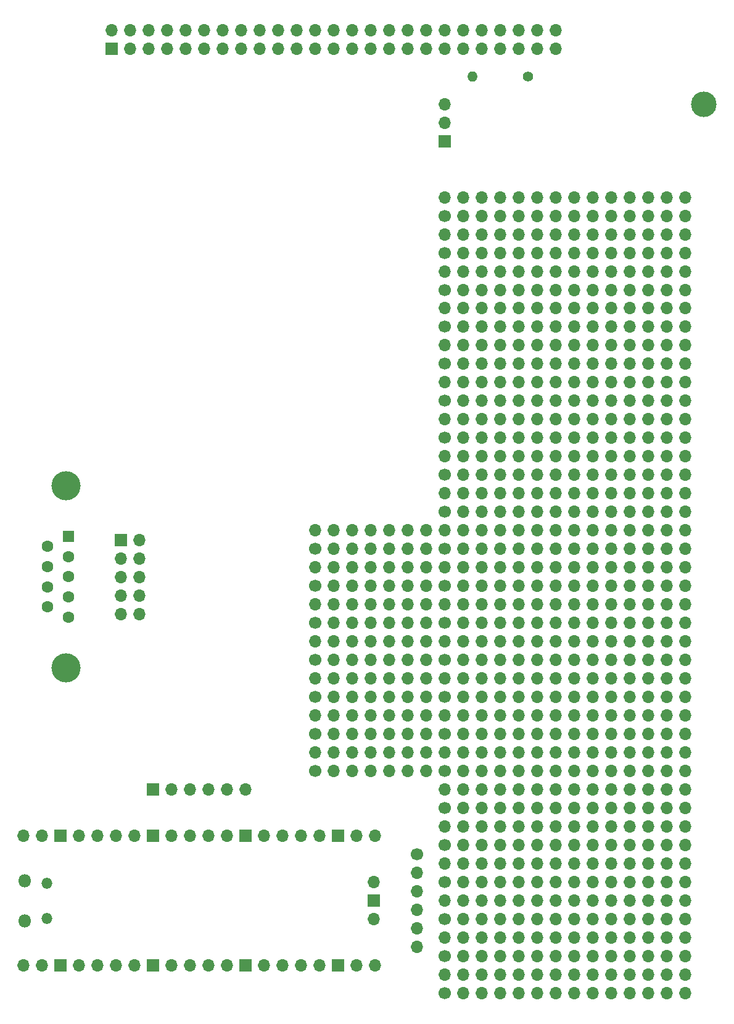
<source format=gbs>
G04 #@! TF.GenerationSoftware,KiCad,Pcbnew,8.0.4*
G04 #@! TF.CreationDate,2024-11-26T20:16:45-06:00*
G04 #@! TF.ProjectId,picoMBC,7069636f-4d42-4432-9e6b-696361645f70,rev?*
G04 #@! TF.SameCoordinates,Original*
G04 #@! TF.FileFunction,Soldermask,Bot*
G04 #@! TF.FilePolarity,Negative*
%FSLAX46Y46*%
G04 Gerber Fmt 4.6, Leading zero omitted, Abs format (unit mm)*
G04 Created by KiCad (PCBNEW 8.0.4) date 2024-11-26 20:16:45*
%MOMM*%
%LPD*%
G01*
G04 APERTURE LIST*
%ADD10C,1.700000*%
%ADD11O,1.700000X1.700000*%
%ADD12R,1.700000X1.700000*%
%ADD13C,3.500000*%
%ADD14C,4.000000*%
%ADD15R,1.600000X1.600000*%
%ADD16C,1.600000*%
%ADD17C,1.400000*%
%ADD18O,1.400000X1.400000*%
%ADD19O,1.800000X1.800000*%
%ADD20O,1.500000X1.500000*%
G04 APERTURE END LIST*
D10*
X107950000Y-153670000D03*
D11*
X107950000Y-156210000D03*
X107950000Y-158750000D03*
X107950000Y-161290000D03*
X107950000Y-163830000D03*
X107950000Y-166370000D03*
D10*
X93980000Y-137160000D03*
D11*
X93980000Y-134620000D03*
X96520000Y-137160000D03*
X96520000Y-134620000D03*
X99059999Y-137160000D03*
X99060000Y-134620000D03*
X101600000Y-137160000D03*
X101600000Y-134620000D03*
X104140000Y-137160000D03*
X104140000Y-134620000D03*
X106680000Y-137160000D03*
X106680000Y-134620000D03*
X109220000Y-137160000D03*
X109220000Y-134620000D03*
D10*
X111770000Y-66045000D03*
D11*
X111770000Y-63505000D03*
X114310000Y-66045000D03*
X114310000Y-63505000D03*
X116849999Y-66045000D03*
X116850000Y-63505000D03*
X119390000Y-66045000D03*
X119390000Y-63505000D03*
X121930000Y-66045000D03*
X121930000Y-63505000D03*
X124470000Y-66045000D03*
X124470000Y-63505000D03*
X127010000Y-66045000D03*
X127010000Y-63505000D03*
X129550001Y-66045000D03*
X129550000Y-63505000D03*
X132090000Y-66045000D03*
X132090000Y-63505000D03*
X134630000Y-66045000D03*
X134630000Y-63505000D03*
X137170000Y-66045000D03*
X137170000Y-63505000D03*
X139709999Y-66045000D03*
X139710000Y-63505000D03*
X142250000Y-66045000D03*
X142250000Y-63505000D03*
X144790000Y-66045000D03*
X144790000Y-63505000D03*
D12*
X71755000Y-144780000D03*
D11*
X74295000Y-144780000D03*
X76834999Y-144780000D03*
X79375000Y-144780000D03*
X81915000Y-144780000D03*
X84455000Y-144780000D03*
D10*
X111760000Y-81280000D03*
D11*
X111760000Y-78740000D03*
X114300000Y-81280000D03*
X114300000Y-78740000D03*
X116839999Y-81280000D03*
X116840000Y-78740000D03*
X119380000Y-81280000D03*
X119380000Y-78740000D03*
X121920000Y-81280000D03*
X121920000Y-78740000D03*
X124460000Y-81280000D03*
X124460000Y-78740000D03*
X127000000Y-81280000D03*
X127000000Y-78740000D03*
X129540001Y-81280000D03*
X129540000Y-78740000D03*
X132080000Y-81280000D03*
X132080000Y-78740000D03*
X134620000Y-81280000D03*
X134620000Y-78740000D03*
X137160000Y-81280000D03*
X137160000Y-78740000D03*
X139699999Y-81280000D03*
X139700000Y-78740000D03*
X142240000Y-81280000D03*
X142240000Y-78740000D03*
X144780000Y-81280000D03*
X144780000Y-78740000D03*
D10*
X111760000Y-121920000D03*
D11*
X111760000Y-119380000D03*
X114300000Y-121920000D03*
X114300000Y-119380000D03*
X116839999Y-121920000D03*
X116840000Y-119380000D03*
X119380000Y-121920000D03*
X119380000Y-119380000D03*
X121920000Y-121920000D03*
X121920000Y-119380000D03*
X124460000Y-121920000D03*
X124460000Y-119380000D03*
X127000000Y-121920000D03*
X127000000Y-119380000D03*
X129540001Y-121920000D03*
X129540000Y-119380000D03*
X132080000Y-121920000D03*
X132080000Y-119380000D03*
X134620000Y-121920000D03*
X134620000Y-119380000D03*
X137160000Y-121920000D03*
X137160000Y-119380000D03*
X139699999Y-121920000D03*
X139700000Y-119380000D03*
X142240000Y-121920000D03*
X142240000Y-119380000D03*
X144780000Y-121920000D03*
X144780000Y-119380000D03*
D10*
X111760000Y-101600000D03*
D11*
X111760000Y-99060000D03*
X114300000Y-101600000D03*
X114300000Y-99060000D03*
X116839999Y-101600000D03*
X116840000Y-99060000D03*
X119380000Y-101600000D03*
X119380000Y-99060000D03*
X121920000Y-101600000D03*
X121920000Y-99060000D03*
X124460000Y-101600000D03*
X124460000Y-99060000D03*
X127000000Y-101600000D03*
X127000000Y-99060000D03*
X129540001Y-101600000D03*
X129540000Y-99060000D03*
X132080000Y-101600000D03*
X132080000Y-99060000D03*
X134620000Y-101600000D03*
X134620000Y-99060000D03*
X137160000Y-101600000D03*
X137160000Y-99060000D03*
X139699999Y-101600000D03*
X139700000Y-99060000D03*
X142240000Y-101600000D03*
X142240000Y-99060000D03*
X144780000Y-101600000D03*
X144780000Y-99060000D03*
D12*
X67305000Y-110495000D03*
D11*
X69845000Y-110495000D03*
X67305000Y-113035000D03*
X69845000Y-113035000D03*
X67305000Y-115575000D03*
X69845000Y-115575000D03*
X67305000Y-118115000D03*
X69845000Y-118115000D03*
X67305000Y-120655000D03*
X69845000Y-120655000D03*
D13*
X147320000Y-50800000D03*
D10*
X111760000Y-152400000D03*
D11*
X111760000Y-149860000D03*
X114300000Y-152400000D03*
X114300000Y-149860000D03*
X116839999Y-152400000D03*
X116840000Y-149860000D03*
X119380000Y-152400000D03*
X119380000Y-149860000D03*
X121920000Y-152400000D03*
X121920000Y-149860000D03*
X124460000Y-152400000D03*
X124460000Y-149860000D03*
X127000000Y-152400000D03*
X127000000Y-149860000D03*
X129540001Y-152400000D03*
X129540000Y-149860000D03*
X132080000Y-152400000D03*
X132080000Y-149860000D03*
X134620000Y-152400000D03*
X134620000Y-149860000D03*
X137160000Y-152400000D03*
X137160000Y-149860000D03*
X139699999Y-152400000D03*
X139700000Y-149860000D03*
X142240000Y-152400000D03*
X142240000Y-149860000D03*
X144780000Y-152400000D03*
X144780000Y-149860000D03*
D10*
X93980000Y-121920000D03*
D11*
X93980000Y-119380000D03*
X96520000Y-121920000D03*
X96520000Y-119380000D03*
X99059999Y-121920000D03*
X99060000Y-119380000D03*
X101600000Y-121920000D03*
X101600000Y-119380000D03*
X104140000Y-121920000D03*
X104140000Y-119380000D03*
X106680000Y-121920000D03*
X106680000Y-119380000D03*
X109220000Y-121920000D03*
X109220000Y-119380000D03*
D10*
X93980000Y-132080000D03*
D11*
X93980000Y-129540000D03*
X96520000Y-132080000D03*
X96520000Y-129540000D03*
X99059999Y-132080000D03*
X99060000Y-129540000D03*
X101600000Y-132080000D03*
X101600000Y-129540000D03*
X104140000Y-132080000D03*
X104140000Y-129540000D03*
X106680000Y-132080000D03*
X106680000Y-129540000D03*
X109220000Y-132080000D03*
X109220000Y-129540000D03*
D10*
X93980000Y-111760000D03*
D11*
X93980000Y-109220000D03*
X96520000Y-111760000D03*
X96520000Y-109220000D03*
X99059999Y-111760000D03*
X99060000Y-109220000D03*
X101600000Y-111760000D03*
X101600000Y-109220000D03*
X104140000Y-111760000D03*
X104140000Y-109220000D03*
X106680000Y-111760000D03*
X106680000Y-109220000D03*
X109220000Y-111760000D03*
X109220000Y-109220000D03*
D10*
X111770000Y-71125000D03*
D11*
X111770000Y-68585000D03*
X114310000Y-71125000D03*
X114310000Y-68585000D03*
X116849999Y-71125000D03*
X116850000Y-68585000D03*
X119390000Y-71125000D03*
X119390000Y-68585000D03*
X121930000Y-71125000D03*
X121930000Y-68585000D03*
X124470000Y-71125000D03*
X124470000Y-68585000D03*
X127010000Y-71125000D03*
X127010000Y-68585000D03*
X129550001Y-71125000D03*
X129550000Y-68585000D03*
X132090000Y-71125000D03*
X132090000Y-68585000D03*
X134630000Y-71125000D03*
X134630000Y-68585000D03*
X137170000Y-71125000D03*
X137170000Y-68585000D03*
X139709999Y-71125000D03*
X139710000Y-68585000D03*
X142250000Y-71125000D03*
X142250000Y-68585000D03*
X144790000Y-71125000D03*
X144790000Y-68585000D03*
D14*
X59815331Y-103059999D03*
X59815331Y-128059999D03*
D15*
X60115331Y-110019999D03*
D16*
X60115331Y-112789999D03*
X60115331Y-115560000D03*
X60115331Y-118329999D03*
X60115331Y-121099999D03*
X57275331Y-111404999D03*
X57275331Y-114174999D03*
X57275331Y-116944999D03*
X57275331Y-119714999D03*
D10*
X111760000Y-167640000D03*
D11*
X111760000Y-165100000D03*
X114300000Y-167640000D03*
X114300000Y-165100000D03*
X116839999Y-167640000D03*
X116840000Y-165100000D03*
X119380000Y-167640000D03*
X119380000Y-165100000D03*
X121920000Y-167640000D03*
X121920000Y-165100000D03*
X124460000Y-167640000D03*
X124460000Y-165100000D03*
X127000000Y-167640000D03*
X127000000Y-165100000D03*
X129540001Y-167640000D03*
X129540000Y-165100000D03*
X132080000Y-167640000D03*
X132080000Y-165100000D03*
X134620000Y-167640000D03*
X134620000Y-165100000D03*
X137160000Y-167640000D03*
X137160000Y-165100000D03*
X139699999Y-167640000D03*
X139700000Y-165100000D03*
X142240000Y-167640000D03*
X142240000Y-165100000D03*
X144780000Y-167640000D03*
X144780000Y-165100000D03*
D12*
X111760000Y-55880000D03*
D11*
X111760000Y-53340000D03*
X111760000Y-50800001D03*
D10*
X111760000Y-162560000D03*
D11*
X111760000Y-160020000D03*
X114300000Y-162560000D03*
X114300000Y-160020000D03*
X116839999Y-162560000D03*
X116840000Y-160020000D03*
X119380000Y-162560000D03*
X119380000Y-160020000D03*
X121920000Y-162560000D03*
X121920000Y-160020000D03*
X124460000Y-162560000D03*
X124460000Y-160020000D03*
X127000000Y-162560000D03*
X127000000Y-160020000D03*
X129540001Y-162560000D03*
X129540000Y-160020000D03*
X132080000Y-162560000D03*
X132080000Y-160020000D03*
X134620000Y-162560000D03*
X134620000Y-160020000D03*
X137160000Y-162560000D03*
X137160000Y-160020000D03*
X139699999Y-162560000D03*
X139700000Y-160020000D03*
X142240000Y-162560000D03*
X142240000Y-160020000D03*
X144780000Y-162560000D03*
X144780000Y-160020000D03*
D10*
X93980000Y-142240000D03*
D11*
X93980000Y-139700000D03*
X96520000Y-142240000D03*
X96520000Y-139700000D03*
X99059999Y-142240000D03*
X99060000Y-139700000D03*
X101600000Y-142240000D03*
X101600000Y-139700000D03*
X104140000Y-142240000D03*
X104140000Y-139700000D03*
X106680000Y-142240000D03*
X106680000Y-139700000D03*
X109220000Y-142240000D03*
X109220000Y-139700000D03*
D10*
X93980000Y-116840000D03*
D11*
X93980000Y-114300000D03*
X96520000Y-116840000D03*
X96520000Y-114300000D03*
X99059999Y-116840000D03*
X99060000Y-114300000D03*
X101600000Y-116840000D03*
X101600000Y-114300000D03*
X104140000Y-116840000D03*
X104140000Y-114300000D03*
X106680000Y-116840000D03*
X106680000Y-114300000D03*
X109220000Y-116840000D03*
X109220000Y-114300000D03*
D10*
X111760000Y-132080000D03*
D11*
X111760000Y-129540000D03*
X114300000Y-132080000D03*
X114300000Y-129540000D03*
X116839999Y-132080000D03*
X116840000Y-129540000D03*
X119380000Y-132080000D03*
X119380000Y-129540000D03*
X121920000Y-132080000D03*
X121920000Y-129540000D03*
X124460000Y-132080000D03*
X124460000Y-129540000D03*
X127000000Y-132080000D03*
X127000000Y-129540000D03*
X129540001Y-132080000D03*
X129540000Y-129540000D03*
X132080000Y-132080000D03*
X132080000Y-129540000D03*
X134620000Y-132080000D03*
X134620000Y-129540000D03*
X137160000Y-132080000D03*
X137160000Y-129540000D03*
X139699999Y-132080000D03*
X139700000Y-129540000D03*
X142240000Y-132080000D03*
X142240000Y-129540000D03*
X144780000Y-132080000D03*
X144780000Y-129540000D03*
D10*
X111760000Y-96520000D03*
D11*
X111760000Y-93980000D03*
X114300000Y-96520000D03*
X114300000Y-93980000D03*
X116839999Y-96520000D03*
X116840000Y-93980000D03*
X119380000Y-96520000D03*
X119380000Y-93980000D03*
X121920000Y-96520000D03*
X121920000Y-93980000D03*
X124460000Y-96520000D03*
X124460000Y-93980000D03*
X127000000Y-96520000D03*
X127000000Y-93980000D03*
X129540001Y-96520000D03*
X129540000Y-93980000D03*
X132080000Y-96520000D03*
X132080000Y-93980000D03*
X134620000Y-96520000D03*
X134620000Y-93980000D03*
X137160000Y-96520000D03*
X137160000Y-93980000D03*
X139699999Y-96520000D03*
X139700000Y-93980000D03*
X142240000Y-96520000D03*
X142240000Y-93980000D03*
X144780000Y-96520000D03*
X144780000Y-93980000D03*
D10*
X111760000Y-106680000D03*
D11*
X111760000Y-104140000D03*
X114300000Y-106680000D03*
X114300000Y-104140000D03*
X116839999Y-106680000D03*
X116840000Y-104140000D03*
X119380000Y-106680000D03*
X119380000Y-104140000D03*
X121920000Y-106680000D03*
X121920000Y-104140000D03*
X124460000Y-106680000D03*
X124460000Y-104140000D03*
X127000000Y-106680000D03*
X127000000Y-104140000D03*
X129540001Y-106680000D03*
X129540000Y-104140000D03*
X132080000Y-106680000D03*
X132080000Y-104140000D03*
X134620000Y-106680000D03*
X134620000Y-104140000D03*
X137160000Y-106680000D03*
X137160000Y-104140000D03*
X139699999Y-106680000D03*
X139700000Y-104140000D03*
X142240000Y-106680000D03*
X142240000Y-104140000D03*
X144780000Y-106680000D03*
X144780000Y-104140000D03*
D10*
X111760000Y-116840000D03*
D11*
X111760000Y-114300000D03*
X114300000Y-116840000D03*
X114300000Y-114300000D03*
X116839999Y-116840000D03*
X116840000Y-114300000D03*
X119380000Y-116840000D03*
X119380000Y-114300000D03*
X121920000Y-116840000D03*
X121920000Y-114300000D03*
X124460000Y-116840000D03*
X124460000Y-114300000D03*
X127000000Y-116840000D03*
X127000000Y-114300000D03*
X129540001Y-116840000D03*
X129540000Y-114300000D03*
X132080000Y-116840000D03*
X132080000Y-114300000D03*
X134620000Y-116840000D03*
X134620000Y-114300000D03*
X137160000Y-116840000D03*
X137160000Y-114300000D03*
X139699999Y-116840000D03*
X139700000Y-114300000D03*
X142240000Y-116840000D03*
X142240000Y-114300000D03*
X144780000Y-116840000D03*
X144780000Y-114300000D03*
D10*
X111770000Y-76205000D03*
D11*
X111770000Y-73665000D03*
X114310000Y-76205000D03*
X114310000Y-73665000D03*
X116849999Y-76205000D03*
X116850000Y-73665000D03*
X119390000Y-76205000D03*
X119390000Y-73665000D03*
X121930000Y-76205000D03*
X121930000Y-73665000D03*
X124470000Y-76205000D03*
X124470000Y-73665000D03*
X127010000Y-76205000D03*
X127010000Y-73665000D03*
X129550001Y-76205000D03*
X129550000Y-73665000D03*
X132090000Y-76205000D03*
X132090000Y-73665000D03*
X134630000Y-76205000D03*
X134630000Y-73665000D03*
X137170000Y-76205000D03*
X137170000Y-73665000D03*
X139709999Y-76205000D03*
X139710000Y-73665000D03*
X142250000Y-76205000D03*
X142250000Y-73665000D03*
X144790000Y-76205000D03*
X144790000Y-73665000D03*
D10*
X111760000Y-127000000D03*
D11*
X111760000Y-124460000D03*
X114300000Y-127000000D03*
X114300000Y-124460000D03*
X116839999Y-127000000D03*
X116840000Y-124460000D03*
X119380000Y-127000000D03*
X119380000Y-124460000D03*
X121920000Y-127000000D03*
X121920000Y-124460000D03*
X124460000Y-127000000D03*
X124460000Y-124460000D03*
X127000000Y-127000000D03*
X127000000Y-124460000D03*
X129540001Y-127000000D03*
X129540000Y-124460000D03*
X132080000Y-127000000D03*
X132080000Y-124460000D03*
X134620000Y-127000000D03*
X134620000Y-124460000D03*
X137160000Y-127000000D03*
X137160000Y-124460000D03*
X139699999Y-127000000D03*
X139700000Y-124460000D03*
X142240000Y-127000000D03*
X142240000Y-124460000D03*
X144780000Y-127000000D03*
X144780000Y-124460000D03*
D10*
X111760000Y-86360000D03*
D11*
X111760000Y-83820000D03*
X114300000Y-86360000D03*
X114300000Y-83820000D03*
X116839999Y-86360000D03*
X116840000Y-83820000D03*
X119380000Y-86360000D03*
X119380000Y-83820000D03*
X121920000Y-86360000D03*
X121920000Y-83820000D03*
X124460000Y-86360000D03*
X124460000Y-83820000D03*
X127000000Y-86360000D03*
X127000000Y-83820000D03*
X129540001Y-86360000D03*
X129540000Y-83820000D03*
X132080000Y-86360000D03*
X132080000Y-83820000D03*
X134620000Y-86360000D03*
X134620000Y-83820000D03*
X137160000Y-86360000D03*
X137160000Y-83820000D03*
X139699999Y-86360000D03*
X139700000Y-83820000D03*
X142240000Y-86360000D03*
X142240000Y-83820000D03*
X144780000Y-86360000D03*
X144780000Y-83820000D03*
D10*
X111760000Y-147320000D03*
D11*
X111760000Y-144780000D03*
X114300000Y-147320000D03*
X114300000Y-144780000D03*
X116839999Y-147320000D03*
X116840000Y-144780000D03*
X119380000Y-147320000D03*
X119380000Y-144780000D03*
X121920000Y-147320000D03*
X121920000Y-144780000D03*
X124460000Y-147320000D03*
X124460000Y-144780000D03*
X127000000Y-147320000D03*
X127000000Y-144780000D03*
X129540001Y-147320000D03*
X129540000Y-144780000D03*
X132080000Y-147320000D03*
X132080000Y-144780000D03*
X134620000Y-147320000D03*
X134620000Y-144780000D03*
X137160000Y-147320000D03*
X137160000Y-144780000D03*
X139699999Y-147320000D03*
X139700000Y-144780000D03*
X142240000Y-147320000D03*
X142240000Y-144780000D03*
X144780000Y-147320000D03*
X144780000Y-144780000D03*
D10*
X111760000Y-91440000D03*
D11*
X111760000Y-88900000D03*
X114300000Y-91440000D03*
X114300000Y-88900000D03*
X116839999Y-91440000D03*
X116840000Y-88900000D03*
X119380000Y-91440000D03*
X119380000Y-88900000D03*
X121920000Y-91440000D03*
X121920000Y-88900000D03*
X124460000Y-91440000D03*
X124460000Y-88900000D03*
X127000000Y-91440000D03*
X127000000Y-88900000D03*
X129540001Y-91440000D03*
X129540000Y-88900000D03*
X132080000Y-91440000D03*
X132080000Y-88900000D03*
X134620000Y-91440000D03*
X134620000Y-88900000D03*
X137160000Y-91440000D03*
X137160000Y-88900000D03*
X139699999Y-91440000D03*
X139700000Y-88900000D03*
X142240000Y-91440000D03*
X142240000Y-88900000D03*
X144780000Y-91440000D03*
X144780000Y-88900000D03*
D10*
X111760000Y-142240000D03*
D11*
X111760000Y-139700000D03*
X114300000Y-142240000D03*
X114300000Y-139700000D03*
X116839999Y-142240000D03*
X116840000Y-139700000D03*
X119380000Y-142240000D03*
X119380000Y-139700000D03*
X121920000Y-142240000D03*
X121920000Y-139700000D03*
X124460000Y-142240000D03*
X124460000Y-139700000D03*
X127000000Y-142240000D03*
X127000000Y-139700000D03*
X129540001Y-142240000D03*
X129540000Y-139700000D03*
X132080000Y-142240000D03*
X132080000Y-139700000D03*
X134620000Y-142240000D03*
X134620000Y-139700000D03*
X137160000Y-142240000D03*
X137160000Y-139700000D03*
X139699999Y-142240000D03*
X139700000Y-139700000D03*
X142240000Y-142240000D03*
X142240000Y-139700000D03*
X144780000Y-142240000D03*
X144780000Y-139700000D03*
D10*
X93980000Y-127000000D03*
D11*
X93980000Y-124460000D03*
X96520000Y-127000000D03*
X96520000Y-124460000D03*
X99059999Y-127000000D03*
X99060000Y-124460000D03*
X101600000Y-127000000D03*
X101600000Y-124460000D03*
X104140000Y-127000000D03*
X104140000Y-124460000D03*
X106680000Y-127000000D03*
X106680000Y-124460000D03*
X109220000Y-127000000D03*
X109220000Y-124460000D03*
D17*
X123190000Y-46990000D03*
D18*
X115570000Y-46990000D03*
D10*
X111760000Y-157480000D03*
D11*
X111760000Y-154940000D03*
X114300000Y-157480000D03*
X114300000Y-154940000D03*
X116839999Y-157480000D03*
X116840000Y-154940000D03*
X119380000Y-157480000D03*
X119380000Y-154940000D03*
X121920000Y-157480000D03*
X121920000Y-154940000D03*
X124460000Y-157480000D03*
X124460000Y-154940000D03*
X127000000Y-157480000D03*
X127000000Y-154940000D03*
X129540001Y-157480000D03*
X129540000Y-154940000D03*
X132080000Y-157480000D03*
X132080000Y-154940000D03*
X134620000Y-157480000D03*
X134620000Y-154940000D03*
X137160000Y-157480000D03*
X137160000Y-154940000D03*
X139699999Y-157480000D03*
X139700000Y-154940000D03*
X142240000Y-157480000D03*
X142240000Y-154940000D03*
X144780000Y-157480000D03*
X144780000Y-154940000D03*
D10*
X111760000Y-111760000D03*
D11*
X111760000Y-109220000D03*
X114300000Y-111760000D03*
X114300000Y-109220000D03*
X116839999Y-111760000D03*
X116840000Y-109220000D03*
X119380000Y-111760000D03*
X119380000Y-109220000D03*
X121920000Y-111760000D03*
X121920000Y-109220000D03*
X124460000Y-111760000D03*
X124460000Y-109220000D03*
X127000000Y-111760000D03*
X127000000Y-109220000D03*
X129540001Y-111760000D03*
X129540000Y-109220000D03*
X132080000Y-111760000D03*
X132080000Y-109220000D03*
X134620000Y-111760000D03*
X134620000Y-109220000D03*
X137160000Y-111760000D03*
X137160000Y-109220000D03*
X139699999Y-111760000D03*
X139700000Y-109220000D03*
X142240000Y-111760000D03*
X142240000Y-109220000D03*
X144780000Y-111760000D03*
X144780000Y-109220000D03*
D19*
X54105000Y-162745000D03*
D20*
X57135000Y-162445000D03*
X57135000Y-157595000D03*
D19*
X54105000Y-157295000D03*
D11*
X53975000Y-168910000D03*
X56515000Y-168910000D03*
D12*
X59055000Y-168910000D03*
D11*
X61595000Y-168910000D03*
X64135000Y-168910000D03*
X66675000Y-168910000D03*
X69215000Y-168910000D03*
D12*
X71755000Y-168910000D03*
D11*
X74295000Y-168910000D03*
X76835000Y-168910000D03*
X79375000Y-168910000D03*
X81915000Y-168910000D03*
D12*
X84455000Y-168910000D03*
D11*
X86995000Y-168910000D03*
X89535000Y-168910000D03*
X92075000Y-168910000D03*
X94615000Y-168910000D03*
D12*
X97155000Y-168910000D03*
D11*
X99695000Y-168910000D03*
X102235000Y-168910000D03*
X102235000Y-151130000D03*
X99695000Y-151130000D03*
D12*
X97155000Y-151130000D03*
D11*
X94615000Y-151130000D03*
X92075000Y-151130000D03*
X89535000Y-151130000D03*
X86995000Y-151130000D03*
D12*
X84455000Y-151130000D03*
D11*
X81915000Y-151130000D03*
X79375000Y-151130000D03*
X76835000Y-151130000D03*
X74295000Y-151130000D03*
D12*
X71755000Y-151130000D03*
D11*
X69215000Y-151130000D03*
X66675000Y-151130000D03*
X64135000Y-151130000D03*
X61595000Y-151130000D03*
D12*
X59055000Y-151130000D03*
D11*
X56515000Y-151130000D03*
X53975000Y-151130000D03*
X102005000Y-162560000D03*
D12*
X102005000Y-160020000D03*
D11*
X102005000Y-157480000D03*
D10*
X111760000Y-172720000D03*
D11*
X111760000Y-170180000D03*
X114300000Y-172720000D03*
X114300000Y-170180000D03*
X116839999Y-172720000D03*
X116840000Y-170180000D03*
X119380000Y-172720000D03*
X119380000Y-170180000D03*
X121920000Y-172720000D03*
X121920000Y-170180000D03*
X124460000Y-172720000D03*
X124460000Y-170180000D03*
X127000000Y-172720000D03*
X127000000Y-170180000D03*
X129540001Y-172720000D03*
X129540000Y-170180000D03*
X132080000Y-172720000D03*
X132080000Y-170180000D03*
X134620000Y-172720000D03*
X134620000Y-170180000D03*
X137160000Y-172720000D03*
X137160000Y-170180000D03*
X139699999Y-172720000D03*
X139700000Y-170180000D03*
X142240000Y-172720000D03*
X142240000Y-170180000D03*
X144780000Y-172720000D03*
X144780000Y-170180000D03*
D12*
X66040000Y-43180000D03*
D11*
X66040000Y-40640000D03*
X68580000Y-43180000D03*
X68580000Y-40640000D03*
X71120000Y-43180000D03*
X71120000Y-40640000D03*
X73660000Y-43180000D03*
X73660000Y-40640000D03*
X76200000Y-43180000D03*
X76200000Y-40640000D03*
X78740000Y-43180000D03*
X78740000Y-40640000D03*
X81280000Y-43180000D03*
X81280000Y-40640000D03*
X83820000Y-43180000D03*
X83820000Y-40640000D03*
X86360000Y-43180000D03*
X86360000Y-40640000D03*
X88900000Y-43180000D03*
X88900000Y-40640000D03*
X91440000Y-43180000D03*
X91440000Y-40640000D03*
X93980000Y-43180000D03*
X93980000Y-40640000D03*
X96520000Y-43180000D03*
X96520000Y-40640000D03*
X99060000Y-43180000D03*
X99060000Y-40640000D03*
X101600000Y-43180000D03*
X101600000Y-40640000D03*
X104140000Y-43180000D03*
X104140000Y-40640000D03*
X106680000Y-43180000D03*
X106680000Y-40640000D03*
X109220000Y-43180000D03*
X109220000Y-40640000D03*
X111760000Y-43180000D03*
X111760000Y-40640000D03*
X114300000Y-43180000D03*
X114300000Y-40640000D03*
X116840000Y-43180000D03*
X116840000Y-40640000D03*
X119380000Y-43180000D03*
X119380000Y-40640000D03*
X121920000Y-43180000D03*
X121920000Y-40640000D03*
X124460000Y-43180000D03*
X124460000Y-40640000D03*
X127000000Y-43180000D03*
X127000000Y-40640000D03*
D10*
X111760000Y-137160000D03*
D11*
X111760000Y-134620000D03*
X114300000Y-137160000D03*
X114300000Y-134620000D03*
X116839999Y-137160000D03*
X116840000Y-134620000D03*
X119380000Y-137160000D03*
X119380000Y-134620000D03*
X121920000Y-137160000D03*
X121920000Y-134620000D03*
X124460000Y-137160000D03*
X124460000Y-134620000D03*
X127000000Y-137160000D03*
X127000000Y-134620000D03*
X129540001Y-137160000D03*
X129540000Y-134620000D03*
X132080000Y-137160000D03*
X132080000Y-134620000D03*
X134620000Y-137160000D03*
X134620000Y-134620000D03*
X137160000Y-137160000D03*
X137160000Y-134620000D03*
X139699999Y-137160000D03*
X139700000Y-134620000D03*
X142240000Y-137160000D03*
X142240000Y-134620000D03*
X144780000Y-137160000D03*
X144780000Y-134620000D03*
M02*

</source>
